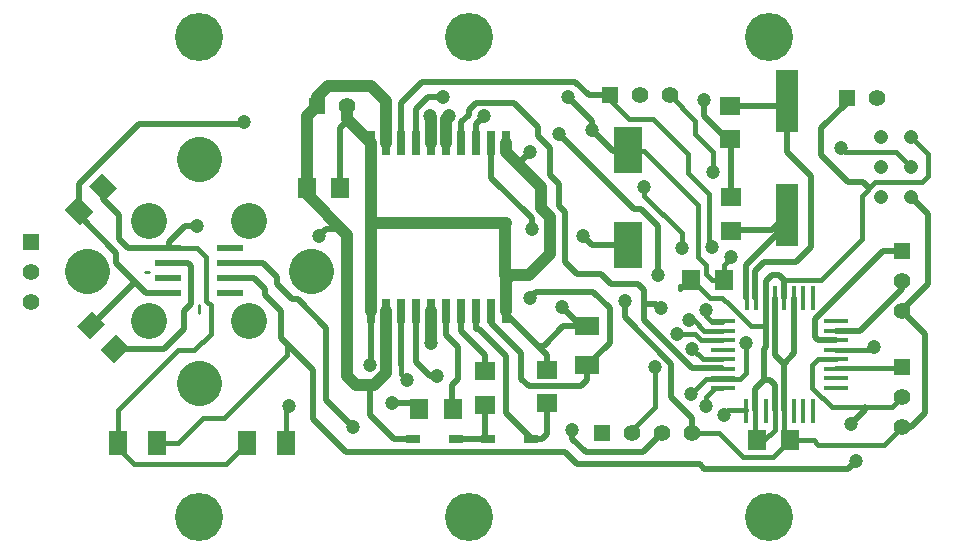
<source format=gtl>
G04 ( created by brdgerber.py ( brdgerber.py v0.1 2014-03-12 ) ) date 2021-04-17 02:52:38 EDT*
G04 Gerber Fmt 3.4, Leading zero omitted, Abs format*
%MOIN*%
%FSLAX34Y34*%
G01*
G70*
G90*
G04 APERTURE LIST*
%ADD33R,0.0787X0.0177*%
%ADD39R,0.0600X0.0800*%
%ADD32R,0.0177X0.0787*%
%ADD36C,0.0471*%
%ADD16C,0.0100*%
%ADD31C,0.0047*%
%ADD24C,0.0160*%
%ADD18C,0.0550*%
%ADD25R,0.0472X0.0275*%
%ADD38C,0.1200*%
%ADD37R,0.0760X0.2100*%
%ADD40C,0.1600*%
%ADD34C,0.1500*%
%ADD27R,0.0709X0.0629*%
%ADD15C,0.0060*%
%ADD22R,0.0260X0.0800*%
%ADD26C,0.0012*%
%ADD12R,0.0866X0.0236*%
%ADD30R,0.0945X0.1575*%
%ADD21R,0.0629X0.0709*%
%ADD14C,0.0080*%
%ADD13C,0.0050*%
%ADD19C,0.0120*%
%ADD17R,0.0550X0.0550*%
%ADD11C,0.0200*%
%ADD35R,0.0800X0.0600*%
%ADD20C,0.0472*%
%ADD10C,0.0400*%
%ADD23C,0.0020*%
%ADD41C,0.0150*%
%ADD29C,0.0059*%
%ADD28C,0.0000*%
G04 APERTURE END LIST*
G54D33*
D10*
G01X13400Y21300D02*
G01X13700Y21000D01*
D11*
G01X15700Y16800D02*
G01X14950Y16050D01*
D11*
G01X15150Y18500D02*
G01X15700Y17950D01*
D11*
G01X14150Y17350D02*
G01X14950Y17350D01*
D11*
G01X04200Y18600D02*
G01X04200Y18400D01*
D11*
G01X14950Y16050D02*
G01X14950Y15550D01*
D11*
G01X13250Y18500D02*
G01X15150Y18500D01*
D12*
X00977Y19450D03*
D12*
X03023Y19450D03*
D12*
X00977Y19950D03*
D12*
X00977Y18950D03*
D12*
X00977Y18450D03*
D12*
X03023Y19950D03*
D12*
X03023Y18950D03*
D12*
X03023Y18450D03*
D11*
G01X13300Y16700D02*
G01X13500Y16700D01*
G36*
G01X-02024Y21678D02*
G01X-02468Y21233D01*
G01X-01967Y20732D01*
G01X-01522Y21176D01*
G01X-02024Y21678D01*
G37*
G36*
G01X-01233Y22468D02*
G01X-01678Y22024D01*
G01X-01176Y21522D01*
G01X-00732Y21967D01*
G01X-01233Y22468D01*
G37*
D11*
G01X12750Y16450D02*
G01X12750Y15600D01*
D11*
G01X21100Y19050D02*
G01X20900Y18850D01*
D16*
G01X02000Y17800D02*
G01X02000Y18050D01*
D16*
G01X00200Y19150D02*
G01X00350Y19150D01*
D11*
G01X20850Y15550D02*
G01X20550Y15250D01*
D17*
X23600Y24950D03*
D18*
X24600Y24950D03*
D11*
G01X-00750Y19450D02*
G01X00250Y18450D01*
D20*
X13100Y20600D03*
D10*
G01X09750Y24300D02*
G01X09750Y23450D01*
D11*
G01X11750Y22300D02*
G01X13100Y20950D01*
D10*
G01X12200Y19050D02*
G01X12300Y18950D01*
D20*
X09700Y24350D03*
D10*
G01X12200Y20800D02*
G01X12200Y19050D01*
D11*
G01X13050Y18300D02*
G01X13250Y18500D01*
D11*
G01X14750Y15350D02*
G01X14150Y15350D01*
D17*
X15450Y13800D03*
D18*
X16450Y13800D03*
D18*
X17450Y13800D03*
D18*
X18450Y13800D03*
D11*
G01X21200Y15400D02*
G01X21050Y15550D01*
D11*
G01X21500Y18300D02*
G01X21500Y18900D01*
D11*
G01X21050Y15550D02*
G01X20850Y15550D01*
D11*
G01X20550Y15250D02*
G01X20550Y14550D01*
G36*
G01X-01122Y17424D02*
G01X-01567Y17868D01*
G01X-02068Y17367D01*
G01X-01624Y16922D01*
G01X-01122Y17424D01*
G37*
G36*
G01X-00332Y16633D02*
G01X-00776Y17078D01*
G01X-01278Y16576D01*
G01X-00833Y16132D01*
G01X-00332Y16633D01*
G37*
D11*
G01X14950Y15550D02*
G01X14750Y15350D01*
D11*
G01X13100Y13600D02*
G01X13450Y13600D01*
D11*
G01X12250Y16350D02*
G01X12250Y14450D01*
D11*
G01X07700Y18800D02*
G01X07750Y18850D01*
D20*
X07700Y16050D03*
D11*
G01X09250Y17850D02*
G01X09250Y16450D01*
D11*
G01X13500Y16700D02*
G01X14150Y17350D01*
D11*
G01X-00750Y19800D02*
G01X-00750Y19450D01*
D10*
G01X09700Y24350D02*
G01X09750Y24300D01*
D11*
G01X12250Y17750D02*
G01X13600Y16400D01*
D11*
G01X13450Y13600D02*
G01X13600Y13750D01*
D11*
G01X15700Y16800D02*
G01X15700Y17950D01*
D11*
G01X11250Y17250D02*
G01X11350Y17250D01*
D11*
G01X09450Y25500D02*
G01X08750Y24800D01*
D21*
X19509Y18900D03*
D21*
X18391Y18900D03*
D11*
G01X08750Y17850D02*
G01X08750Y16050D01*
D11*
G01X13600Y13750D02*
G01X13600Y14800D01*
D11*
G01X11750Y17850D02*
G01X11750Y17450D01*
D11*
G01X11750Y17450D02*
G01X12750Y16450D01*
D17*
X25450Y16000D03*
D18*
X25450Y15000D03*
D18*
X25450Y14000D03*
D11*
G01X11750Y23450D02*
G01X11750Y22300D01*
D11*
G01X13100Y20950D02*
G01X13100Y20600D01*
D11*
G01X21350Y19050D02*
G01X21100Y19050D01*
D17*
X15700Y25050D03*
D18*
X16700Y25050D03*
D18*
X17700Y25050D03*
D11*
G01X21500Y18900D02*
G01X21350Y19050D01*
D22*
X12250Y23450D03*
D22*
X11750Y23450D03*
D22*
X11250Y23450D03*
D22*
X10750Y23450D03*
D22*
X10250Y23450D03*
D22*
X09750Y23450D03*
D22*
X09250Y23450D03*
D22*
X08750Y23450D03*
D22*
X08750Y17850D03*
D22*
X09250Y17850D03*
D22*
X09750Y17850D03*
D22*
X10250Y17850D03*
D22*
X10750Y17850D03*
D22*
X11250Y17850D03*
D22*
X11750Y17850D03*
D22*
X12250Y17850D03*
D22*
X08250Y23450D03*
D22*
X07750Y23450D03*
D22*
X08250Y17850D03*
D22*
X07750Y17850D03*
D21*
X09341Y14600D03*
D21*
X10459Y14600D03*
D25*
X13078Y13600D03*
D25*
X11622Y13600D03*
D11*
G01X08750Y24800D02*
G01X08750Y23450D01*
D17*
X05950Y24700D03*
D18*
X06950Y24700D03*
D27*
X11550Y15859D03*
D27*
X11550Y14741D03*
D27*
X13601Y15909D03*
D27*
X13601Y14791D03*
D21*
X06709Y21950D03*
D21*
X05591Y21950D03*
D17*
X-03600Y20150D03*
D18*
X-03600Y19150D03*
D18*
X-03600Y18150D03*
D25*
X10578Y13600D03*
D25*
X09122Y13600D03*
D11*
G01X14550Y25500D02*
G01X09450Y25500D01*
D20*
X13050Y18300D03*
D11*
G01X20900Y18850D02*
G01X20900Y18300D01*
D11*
G01X13600Y16400D02*
G01X13600Y15900D01*
D10*
G01X09750Y17850D02*
G01X09750Y16800D01*
D11*
G01X-02000Y21050D02*
G01X-00750Y19800D01*
D30*
X16300Y20075D03*
D30*
X16300Y23225D03*
D20*
X09750Y16800D03*
D11*
G01X15700Y25050D02*
G01X15000Y25050D01*
D11*
G01X11250Y23450D02*
G01X11250Y24100D01*
D10*
G01X13000Y19050D02*
G01X12400Y19050D01*
D11*
G01X11350Y17250D02*
G01X12250Y16350D01*
D32*
X20257Y18296D03*
D32*
X20572Y18296D03*
D32*
X20887Y18296D03*
D32*
X21202Y18296D03*
D32*
X21517Y18296D03*
D32*
X21832Y18296D03*
D32*
X22147Y18296D03*
D32*
X22462Y18296D03*
D32*
X22460Y14530D03*
D32*
X20250Y14530D03*
D32*
X20570Y14530D03*
D32*
X20890Y14530D03*
D32*
X21200Y14530D03*
D32*
X21520Y14530D03*
D32*
X21830Y14530D03*
D32*
X22150Y14530D03*
D33*
X23250Y17512D03*
D33*
X23250Y17198D03*
D33*
X23250Y16882D03*
D33*
X23250Y16568D03*
D33*
X23250Y16252D03*
D33*
X23250Y15938D03*
D33*
X23250Y15622D03*
D33*
X23250Y15308D03*
D33*
X19470Y17510D03*
D33*
X19470Y17200D03*
D33*
X19470Y16880D03*
D33*
X19470Y16570D03*
D33*
X19470Y16260D03*
D33*
X19470Y15940D03*
D33*
X19470Y15620D03*
D33*
X19470Y15300D03*
D11*
G01X-01550Y17400D02*
G01X-01600Y17400D01*
D11*
G01X04200Y18400D02*
G01X04750Y17850D01*
D11*
G01X10600Y13600D02*
G01X11600Y13600D01*
D11*
G01X11550Y14750D02*
G01X11550Y13650D01*
D11*
G01X11550Y13650D02*
G01X11600Y13600D01*
D10*
G01X13700Y19750D02*
G01X13000Y19050D01*
D11*
G01X10750Y17850D02*
G01X10750Y17200D01*
D11*
G01X10750Y17200D02*
G01X11550Y16400D01*
D11*
G01X11550Y16400D02*
G01X11550Y15850D01*
D11*
G01X11250Y17850D02*
G01X11250Y17250D01*
D10*
G01X12250Y18900D02*
G01X12250Y17850D01*
D10*
G01X12400Y19050D02*
G01X12250Y18900D01*
D11*
G01X12250Y14450D02*
G01X13100Y13600D01*
D20*
X08450Y14800D03*
D11*
G01X08450Y14800D02*
G01X09150Y14800D01*
D11*
G01X09150Y14800D02*
G01X09350Y14600D01*
D11*
G01X14150Y15350D02*
G01X13000Y15350D01*
D11*
G01X10450Y14600D02*
G01X10450Y15400D01*
D11*
G01X10450Y15400D02*
G01X10650Y15600D01*
D11*
G01X10650Y15600D02*
G01X10650Y16650D01*
D11*
G01X10650Y16650D02*
G01X10250Y17050D01*
D11*
G01X10250Y17050D02*
G01X10250Y17850D01*
D17*
X25450Y19850D03*
D18*
X25450Y18850D03*
D18*
X25450Y17850D03*
D21*
X21709Y13550D03*
D21*
X20591Y13550D03*
D10*
G01X07750Y20800D02*
G01X12250Y20800D01*
D10*
G01X07750Y17850D02*
G01X07750Y23450D01*
D11*
G01X21200Y14550D02*
G01X21200Y15400D01*
D11*
G01X20850Y16600D02*
G01X20850Y15550D01*
D11*
G01X21200Y16400D02*
G01X21500Y16100D01*
D11*
G01X21200Y18300D02*
G01X21200Y16400D01*
D10*
G01X07550Y23650D02*
G01X07750Y23450D01*
D34*
G01X05740Y19200D02*
G01X05740Y19200D01*
D34*
G01X02000Y22940D02*
G01X02000Y22940D01*
D34*
G01X-01740Y19200D02*
G01X-01740Y19200D01*
D34*
G01X02000Y15460D02*
G01X02000Y15460D01*
D11*
G01X07750Y17850D02*
G01X07750Y16100D01*
D11*
G01X08500Y13600D02*
G01X09100Y13600D01*
D11*
G01X07700Y14400D02*
G01X08500Y13600D01*
D11*
G01X12250Y17850D02*
G01X12250Y17750D01*
D10*
G01X13400Y22000D02*
G01X13400Y21300D01*
D10*
G01X12250Y23450D02*
G01X12250Y23150D01*
D10*
G01X12250Y23150D02*
G01X13400Y22000D01*
D11*
G01X07750Y16100D02*
G01X07700Y16050D01*
D11*
G01X07700Y14850D02*
G01X07700Y14400D01*
D35*
X14950Y16050D03*
D35*
X14950Y17350D03*
D10*
G01X13700Y21000D02*
G01X13700Y19750D01*
D11*
G01X-00150Y18850D02*
G01X-00150Y18800D01*
D11*
G01X12750Y15600D02*
G01X13000Y15350D01*
D11*
G01X15000Y25050D02*
G01X14550Y25500D01*
D11*
G01X20900Y16650D02*
G01X20850Y16600D01*
D11*
G01X20900Y18300D02*
G01X20900Y16650D01*
D27*
X19700Y23591D03*
D27*
X19700Y24709D03*
D11*
G01X21500Y16100D02*
G01X21500Y14550D01*
D11*
G01X21850Y16450D02*
G01X21500Y16100D01*
D11*
G01X21850Y18300D02*
G01X21850Y16450D01*
D36*
G01X24750Y23650D02*
G01X24750Y23650D01*
D36*
G01X25750Y23650D02*
G01X25750Y23650D01*
D36*
G01X24750Y22650D02*
G01X24750Y22650D01*
D36*
G01X25750Y22650D02*
G01X25750Y22650D01*
D36*
G01X24750Y21650D02*
G01X24750Y21650D01*
D36*
G01X25750Y21650D02*
G01X25750Y21650D01*
D11*
G01X-02000Y21200D02*
G01X-02000Y21050D01*
D27*
X19750Y21659D03*
D27*
X19750Y20541D03*
D37*
X21600Y24850D03*
D37*
X21600Y21050D03*
D11*
G01X11250Y24100D02*
G01X11500Y24350D01*
D20*
X11500Y24350D03*
D11*
G01X00250Y18450D02*
G01X01000Y18450D01*
D11*
G01X-00800Y16600D02*
G01X00850Y16600D01*
D11*
G01X00850Y16600D02*
G01X01500Y17250D01*
D11*
G01X01500Y17250D02*
G01X01500Y17850D01*
D11*
G01X01500Y17850D02*
G01X01750Y18100D01*
D11*
G01X01750Y18100D02*
G01X01750Y19350D01*
D11*
G01X01750Y19350D02*
G01X01650Y19450D01*
D11*
G01X01650Y19450D02*
G01X01000Y19450D01*
D38*
G01X00330Y17530D02*
G01X00330Y17530D01*
D38*
G01X03670Y17530D02*
G01X03670Y17530D01*
D38*
G01X03670Y20870D02*
G01X03670Y20870D01*
D38*
G01X00330Y20870D02*
G01X00330Y20870D01*
D11*
G01X03000Y19450D02*
G01X04150Y19450D01*
D11*
G01X04150Y19450D02*
G01X04600Y19000D01*
D11*
G01X04600Y19000D02*
G01X04600Y18750D01*
D11*
G01X04600Y18750D02*
G01X05100Y18250D01*
D11*
G01X-00150Y18800D02*
G01X-01550Y17400D01*
D11*
G01X03000Y18950D02*
G01X03850Y18950D01*
D11*
G01X03850Y18950D02*
G01X04200Y18600D01*
D11*
G01X19700Y24700D02*
G01X21450Y24700D01*
D11*
G01X21450Y24700D02*
G01X21600Y24850D01*
D11*
G01X19750Y21650D02*
G01X19750Y23550D01*
D11*
G01X19750Y23550D02*
G01X19700Y23600D01*
D11*
G01X20550Y19200D02*
G01X20550Y18300D01*
D11*
G01X20850Y19500D02*
G01X20550Y19200D01*
D11*
G01X21600Y24850D02*
G01X21600Y23150D01*
D11*
G01X21600Y23150D02*
G01X22400Y22350D01*
D11*
G01X22400Y22350D02*
G01X22400Y20000D01*
D11*
G01X22400Y20000D02*
G01X21900Y19500D01*
D11*
G01X21900Y19500D02*
G01X20850Y19500D01*
D11*
G01X20250Y18300D02*
G01X20250Y19400D01*
D11*
G01X20250Y19400D02*
G01X21600Y20750D01*
D11*
G01X21600Y20750D02*
G01X21600Y21050D01*
D11*
G01X19750Y20550D02*
G01X21100Y20550D01*
D11*
G01X21100Y20550D02*
G01X21600Y21050D01*
D20*
X19500Y14400D03*
D24*
G01X-00700Y14550D02*
G01X-00700Y13450D01*
D24*
G01X02400Y17100D02*
G01X01850Y16550D01*
D24*
G01X01850Y16550D02*
G01X01300Y16550D01*
D24*
G01X01300Y16550D02*
G01X-00700Y14550D01*
D39*
X-00700Y13450D03*
D39*
X00600Y13450D03*
D39*
X03600Y13450D03*
D39*
X04900Y13450D03*
D11*
G01X26300Y21100D02*
G01X25750Y21650D01*
D11*
G01X23250Y16900D02*
G01X22650Y16900D01*
D11*
G01X22650Y16900D02*
G01X22550Y17000D01*
D11*
G01X22550Y17000D02*
G01X22550Y17600D01*
D11*
G01X22550Y17600D02*
G01X24800Y19850D01*
D40*
X02000Y11000D03*
D11*
G01X23250Y17200D02*
G01X24050Y17200D01*
D40*
X11000Y11000D03*
D24*
G01X23250Y16250D02*
G01X22650Y16250D01*
D24*
G01X22650Y16250D02*
G01X22450Y16050D01*
D24*
G01X22450Y16050D02*
G01X22450Y15300D01*
D24*
G01X22450Y15300D02*
G01X23100Y14650D01*
D24*
G01X23100Y14650D02*
G01X25100Y14650D01*
D24*
G01X25100Y14650D02*
G01X25450Y15000D01*
D24*
G01X23250Y15950D02*
G01X25400Y15950D01*
D24*
G01X25400Y15950D02*
G01X25450Y16000D01*
D24*
G01X23250Y16550D02*
G01X24400Y16550D01*
D24*
G01X24400Y16550D02*
G01X24500Y16650D01*
D20*
X24500Y16650D03*
D24*
G01X21500Y18900D02*
G01X22750Y18900D01*
D24*
G01X22750Y18900D02*
G01X24100Y20250D01*
D24*
G01X24100Y20250D02*
G01X24100Y21700D01*
D24*
G01X24100Y21700D02*
G01X24550Y22150D01*
D24*
G01X24550Y22150D02*
G01X25100Y22150D01*
D24*
G01X26300Y23100D02*
G01X25750Y23650D01*
D24*
G01X20250Y14550D02*
G01X19650Y14550D01*
D24*
G01X19650Y14550D02*
G01X19500Y14400D01*
D11*
G01X23600Y24800D02*
G01X22750Y23950D01*
D11*
G01X23600Y24950D02*
G01X23600Y24800D01*
D11*
G01X22750Y23950D02*
G01X22750Y23050D01*
D24*
G01X24850Y13400D02*
G01X25450Y14000D01*
D11*
G01X18450Y15950D02*
G01X19450Y15950D01*
D11*
G01X16850Y17550D02*
G01X18450Y15950D01*
D11*
G01X16850Y18550D02*
G01X16850Y17550D01*
D11*
G01X16650Y18750D02*
G01X16850Y18550D01*
D10*
G01X10250Y23450D02*
G01X10250Y24250D01*
D10*
G01X10250Y24250D02*
G01X10350Y24350D01*
D20*
X10350Y24350D03*
D11*
G01X-01200Y22000D02*
G01X-01200Y21600D01*
D11*
G01X-01200Y21600D02*
G01X-00650Y21050D01*
D11*
G01X-00650Y21050D02*
G01X-00650Y20250D01*
D11*
G01X-00650Y20250D02*
G01X-00350Y19950D01*
D11*
G01X-00350Y19950D02*
G01X01000Y19950D01*
D10*
G01X08250Y23450D02*
G01X08250Y24250D01*
D10*
G01X08250Y17850D02*
G01X08250Y15800D01*
D10*
G01X08250Y15800D02*
G01X07850Y15400D01*
D10*
G01X07850Y15400D02*
G01X07250Y15400D01*
D10*
G01X07250Y15400D02*
G01X06950Y15700D01*
D10*
G01X06950Y15700D02*
G01X06950Y20400D01*
D10*
G01X06950Y20400D02*
G01X05600Y21750D01*
D10*
G01X05600Y21750D02*
G01X05600Y21950D01*
D11*
G01X06700Y21950D02*
G01X06700Y23650D01*
D11*
G01X07700Y14850D02*
G01X07700Y15250D01*
D11*
G01X07700Y15250D02*
G01X07550Y15400D01*
D11*
G01X01000Y19950D02*
G01X01000Y20150D01*
D11*
G01X01000Y20150D02*
G01X01550Y20700D01*
D11*
G01X01550Y20700D02*
G01X01950Y20700D01*
D20*
X01950Y20700D03*
D24*
G01X02250Y18200D02*
G01X02400Y18050D01*
D11*
G01X-02000Y21200D02*
G01X-02000Y22100D01*
D11*
G01X-02000Y22100D02*
G01X00000Y24100D01*
D11*
G01X00000Y24100D02*
G01X03450Y24100D01*
D11*
G01X03450Y24100D02*
G01X03500Y24150D01*
D20*
X03500Y24150D03*
D11*
G01X14950Y17350D02*
G01X14750Y17350D01*
D11*
G01X14750Y17350D02*
G01X14100Y18000D01*
D20*
X14100Y18000D03*
D20*
X16200Y18200D03*
D11*
G01X16200Y18200D02*
G01X16200Y17650D01*
D11*
G01X16200Y17650D02*
G01X17750Y16100D01*
D11*
G01X17750Y16100D02*
G01X17750Y15000D01*
D11*
G01X17750Y15000D02*
G01X18450Y14300D01*
D11*
G01X18450Y14300D02*
G01X18450Y13800D01*
D11*
G01X10750Y23450D02*
G01X10750Y24150D01*
D11*
G01X10750Y24150D02*
G01X11000Y24400D01*
D11*
G01X11000Y24400D02*
G01X11000Y24550D01*
D11*
G01X11000Y24550D02*
G01X11250Y24800D01*
D11*
G01X11250Y24800D02*
G01X11850Y24800D01*
D11*
G01X15100Y20050D02*
G01X16300Y20050D01*
D11*
G01X13700Y22950D02*
G01X13700Y22400D01*
D11*
G01X13700Y22400D02*
G01X14000Y22100D01*
D11*
G01X14000Y22100D02*
G01X14000Y21350D01*
D11*
G01X14000Y21350D02*
G01X14200Y21150D01*
D11*
G01X14200Y21150D02*
G01X14200Y19500D01*
D11*
G01X14200Y19500D02*
G01X14600Y19100D01*
D11*
G01X14600Y19100D02*
G01X15400Y19100D01*
D11*
G01X15400Y19100D02*
G01X15750Y18750D01*
D11*
G01X15750Y18750D02*
G01X16650Y18750D01*
D24*
G01X19450Y15300D02*
G01X19200Y15300D01*
D24*
G01X19200Y15300D02*
G01X18900Y15000D01*
D24*
G01X18900Y15000D02*
G01X18900Y14700D01*
D20*
X18900Y14700D03*
D24*
G01X19450Y15600D02*
G01X18900Y15600D01*
D24*
G01X18900Y15600D02*
G01X18400Y15100D01*
D20*
X18400Y15100D03*
D11*
G01X16850Y18100D02*
G01X17250Y18100D01*
D11*
G01X17250Y18100D02*
G01X17400Y17950D01*
D20*
X17400Y17950D03*
D11*
G01X13700Y23300D02*
G01X13700Y22950D01*
D11*
G01X13300Y23700D02*
G01X13700Y23300D01*
D11*
G01X09250Y23450D02*
G01X09250Y24600D01*
D11*
G01X09250Y24600D02*
G01X09650Y25000D01*
D11*
G01X09650Y25000D02*
G01X10150Y25000D01*
D20*
X10150Y25000D03*
D20*
X14000Y23750D03*
D11*
G01X14000Y23750D02*
G01X16500Y21250D01*
D11*
G01X16500Y21250D02*
G01X16750Y21250D01*
D11*
G01X16750Y21250D02*
G01X17300Y20700D01*
D11*
G01X17300Y20700D02*
G01X17300Y19050D01*
D20*
X17300Y19050D03*
D20*
X14450Y13900D03*
D11*
G01X16800Y13150D02*
G01X17450Y13800D01*
D11*
G01X14900Y13150D02*
G01X16800Y13150D01*
D11*
G01X14450Y13600D02*
G01X14900Y13150D01*
D11*
G01X14450Y13900D02*
G01X14450Y13600D01*
D11*
G01X09250Y16450D02*
G01X09250Y16150D01*
D11*
G01X09250Y16150D02*
G01X09700Y15700D01*
D11*
G01X09700Y15700D02*
G01X09950Y15700D01*
D20*
X09950Y15700D03*
D11*
G01X05100Y18250D02*
G01X05300Y18250D01*
D11*
G01X05300Y18250D02*
G01X06250Y17300D01*
D11*
G01X06250Y17300D02*
G01X06250Y14900D01*
D11*
G01X06250Y14900D02*
G01X07150Y14000D01*
D20*
X07150Y14000D03*
D20*
X23750Y14100D03*
D11*
G01X23750Y14100D02*
G01X24200Y14550D01*
D11*
G01X24200Y14550D02*
G01X24200Y14650D01*
D11*
G01X04750Y17850D02*
G01X04750Y16950D01*
D11*
G01X04750Y16950D02*
G01X05800Y15900D01*
D11*
G01X05800Y15900D02*
G01X05800Y14250D01*
D11*
G01X05800Y14250D02*
G01X06900Y13150D01*
D11*
G01X06900Y13150D02*
G01X14200Y13150D01*
D11*
G01X14200Y13150D02*
G01X14600Y12750D01*
D11*
G01X14600Y12750D02*
G01X17250Y12750D01*
D11*
G01X22750Y23050D02*
G01X23650Y22150D01*
D11*
G01X24150Y22150D02*
G01X24350Y21950D01*
D11*
G01X23650Y22150D02*
G01X24150Y22150D01*
D11*
G01X20150Y12600D02*
G01X23650Y12600D01*
D11*
G01X23650Y12600D02*
G01X23900Y12850D01*
D20*
X23900Y12850D03*
D11*
G01X06750Y20600D02*
G01X06250Y20600D01*
D11*
G01X06250Y20600D02*
G01X06000Y20350D01*
D20*
X06000Y20350D03*
D20*
X14800Y20350D03*
D11*
G01X14800Y20350D02*
G01X15100Y20050D01*
D11*
G01X12750Y22650D02*
G01X12750Y22850D01*
D11*
G01X12750Y22850D02*
G01X13050Y23150D01*
D20*
X13050Y23150D03*
D20*
X15100Y23900D03*
D11*
G01X15100Y23900D02*
G01X15800Y23200D01*
D11*
G01X15800Y23200D02*
G01X16300Y23200D01*
D11*
G01X11850Y24800D02*
G01X12500Y24800D01*
D11*
G01X12500Y24800D02*
G01X13300Y24000D01*
D11*
G01X13300Y24000D02*
G01X13300Y23700D01*
D24*
G01X16450Y13800D02*
G01X16450Y13900D01*
D24*
G01X16450Y13900D02*
G01X17200Y14650D01*
D24*
G01X17200Y14650D02*
G01X17200Y16000D01*
D20*
X17200Y16000D03*
D24*
G01X19450Y16250D02*
G01X18800Y16250D01*
D24*
G01X18800Y16250D02*
G01X18450Y16600D01*
D20*
X18450Y16600D03*
D24*
G01X08750Y16050D02*
G01X08750Y15750D01*
D24*
G01X08750Y15750D02*
G01X08950Y15550D01*
D20*
X08950Y15550D03*
D24*
G01X19150Y23150D02*
G01X18550Y23750D01*
D24*
G01X20400Y17350D02*
G01X20900Y17350D01*
D24*
G01X19700Y18050D02*
G01X20400Y17350D01*
D24*
G01X19450Y18300D02*
G01X19700Y18050D01*
D24*
G01X19050Y18300D02*
G01X19450Y18300D01*
D24*
G01X18050Y18700D02*
G01X18050Y18600D01*
D20*
X17950Y17100D03*
D24*
G01X16300Y23200D02*
G01X16850Y23200D01*
D24*
G01X16850Y23200D02*
G01X18650Y21400D01*
D20*
X18900Y17900D03*
D24*
G01X18550Y24200D02*
G01X17700Y25050D01*
D24*
G01X18550Y23750D02*
G01X18550Y24200D01*
D20*
X19150Y22500D03*
D24*
G01X19150Y22500D02*
G01X19150Y23150D01*
D24*
G01X19450Y16900D02*
G01X18750Y16900D01*
D24*
G01X18750Y16900D02*
G01X18550Y17100D01*
D24*
G01X18550Y17100D02*
G01X17950Y17100D01*
D24*
G01X19450Y17200D02*
G01X18850Y17200D01*
D24*
G01X18850Y17200D02*
G01X18500Y17550D01*
D24*
G01X18500Y17550D02*
G01X18350Y17550D01*
D20*
X18350Y17550D03*
D20*
X18100Y19950D03*
D24*
G01X18100Y19950D02*
G01X18100Y20450D01*
D24*
G01X18100Y20450D02*
G01X16850Y21700D01*
D24*
G01X16850Y21700D02*
G01X16850Y22000D01*
D20*
X16850Y22000D03*
D24*
G01X15700Y25050D02*
G01X15700Y24900D01*
D24*
G01X15700Y24900D02*
G01X16350Y24250D01*
D24*
G01X16350Y24250D02*
G01X17150Y24250D01*
D24*
G01X17150Y24250D02*
G01X18300Y23100D01*
D24*
G01X18300Y23100D02*
G01X18300Y22450D01*
D24*
G01X18300Y22450D02*
G01X19000Y21750D01*
D24*
G01X18450Y18900D02*
G01X19050Y18300D01*
D24*
G01X18400Y18900D02*
G01X18450Y18900D01*
D24*
G01X19450Y17500D02*
G01X19100Y17500D01*
D24*
G01X19100Y17500D02*
G01X18900Y17700D01*
D24*
G01X18900Y17700D02*
G01X18900Y17900D01*
D24*
G01X19500Y18900D02*
G01X19100Y18900D01*
D24*
G01X19100Y18900D02*
G01X18900Y19100D01*
D24*
G01X18900Y19100D02*
G01X18900Y19400D01*
D24*
G01X18900Y19400D02*
G01X18650Y19650D01*
D24*
G01X18650Y19650D02*
G01X18650Y21400D01*
D24*
G01X19000Y21750D02*
G01X19000Y20100D01*
D24*
G01X19000Y20100D02*
G01X19100Y20000D01*
D20*
X19100Y20000D03*
D24*
G01X19500Y18900D02*
G01X19500Y19400D01*
D24*
G01X19500Y19400D02*
G01X19750Y19650D01*
D20*
X19750Y19650D03*
D24*
G01X02400Y18050D02*
G01X02400Y17100D01*
D11*
G01X19700Y23600D02*
G01X19600Y23600D01*
D11*
G01X19600Y23600D02*
G01X18850Y24350D01*
D11*
G01X18850Y24350D02*
G01X18850Y24900D01*
D20*
X18850Y24900D03*
D20*
X14300Y25000D03*
D11*
G01X14300Y25000D02*
G01X15100Y24200D01*
D11*
G01X15100Y24200D02*
G01X15100Y23900D01*
D24*
G01X19450Y15600D02*
G01X20050Y15600D01*
D24*
G01X20050Y15600D02*
G01X20250Y15800D01*
D24*
G01X20250Y15800D02*
G01X20250Y16800D01*
D20*
X20250Y16800D03*
D24*
G01X25100Y22150D02*
G01X26100Y22150D01*
D24*
G01X26100Y22150D02*
G01X26300Y22350D01*
D24*
G01X26300Y22350D02*
G01X26300Y23100D01*
D20*
X23400Y23300D03*
D24*
G01X23400Y23300D02*
G01X23550Y23150D01*
D24*
G01X23550Y23150D02*
G01X25250Y23150D01*
D24*
G01X25250Y23150D02*
G01X25750Y22650D01*
D11*
G01X24800Y19850D02*
G01X25450Y19850D01*
D11*
G01X25450Y18600D02*
G01X25450Y18850D01*
D11*
G01X24050Y17200D02*
G01X25450Y18600D01*
D11*
G01X25450Y17850D02*
G01X25450Y17900D01*
D11*
G01X25450Y14000D02*
G01X25750Y14000D01*
D11*
G01X25750Y14000D02*
G01X26200Y14450D01*
D11*
G01X26200Y14450D02*
G01X26200Y17100D01*
D11*
G01X26200Y17100D02*
G01X25450Y17850D01*
D11*
G01X25450Y17900D02*
G01X26300Y18750D01*
D11*
G01X26300Y18750D02*
G01X26300Y21100D01*
D24*
G01X00600Y13450D02*
G01X01300Y13450D01*
D24*
G01X01300Y13450D02*
G01X02150Y14300D01*
D24*
G01X02150Y14300D02*
G01X02850Y14300D01*
D24*
G01X02850Y14300D02*
G01X04950Y16400D01*
D24*
G01X04950Y16400D02*
G01X04950Y16750D01*
D24*
G01X04900Y13450D02*
G01X04900Y14600D01*
D24*
G01X04900Y14600D02*
G01X05000Y14700D01*
D20*
X05000Y14700D03*
D24*
G01X-00700Y13450D02*
G01X-00700Y13300D01*
D24*
G01X-00700Y13300D02*
G01X-00150Y12750D01*
D24*
G01X-00150Y12750D02*
G01X02900Y12750D01*
D24*
G01X02900Y12750D02*
G01X03600Y13450D01*
D24*
G01X01000Y19950D02*
G01X01950Y19950D01*
D24*
G01X01950Y19950D02*
G01X02250Y19650D01*
D24*
G01X02250Y19650D02*
G01X02250Y18200D01*
D24*
G01X18450Y13800D02*
G01X19350Y13800D01*
D24*
G01X19350Y13800D02*
G01X20150Y13000D01*
D24*
G01X20150Y13000D02*
G01X21150Y13000D01*
D24*
G01X21150Y13000D02*
G01X21700Y13550D01*
D24*
G01X21500Y14550D02*
G01X21500Y13750D01*
D24*
G01X21500Y13750D02*
G01X21700Y13550D01*
D24*
G01X20550Y14550D02*
G01X20550Y13600D01*
D24*
G01X20550Y13600D02*
G01X20600Y13550D01*
D24*
G01X21200Y14550D02*
G01X21200Y13900D01*
D24*
G01X21200Y13900D02*
G01X20850Y13550D01*
D24*
G01X20850Y13550D02*
G01X20600Y13550D01*
D11*
G01X17250Y12750D02*
G01X18700Y12750D01*
D11*
G01X18700Y12750D02*
G01X18850Y12600D01*
D11*
G01X18850Y12600D02*
G01X20150Y12600D01*
D24*
G01X24850Y13400D02*
G01X22650Y13400D01*
D24*
G01X22650Y13400D02*
G01X22500Y13550D01*
D24*
G01X22500Y13550D02*
G01X21700Y13550D01*
D40*
X02000Y27000D03*
D40*
X21000Y27000D03*
D40*
X11000Y27000D03*
D40*
X21000Y11000D03*
D10*
G01X05600Y21950D02*
G01X05600Y24350D01*
D10*
G01X05600Y24350D02*
G01X05950Y24700D01*
D10*
G01X06950Y24700D02*
G01X06950Y24250D01*
D10*
G01X06950Y24250D02*
G01X07750Y23450D01*
D11*
G01X06700Y23650D02*
G01X06700Y23950D01*
D11*
G01X06700Y23950D02*
G01X06950Y24200D01*
D10*
G01X05950Y24700D02*
G01X05950Y25000D01*
D10*
G01X05950Y25000D02*
G01X06300Y25350D01*
D10*
G01X06300Y25350D02*
G01X07750Y25350D01*
D10*
G01X07750Y25350D02*
G01X08250Y24850D01*
D10*
G01X08250Y24850D02*
G01X08250Y24150D01*
M02*

</source>
